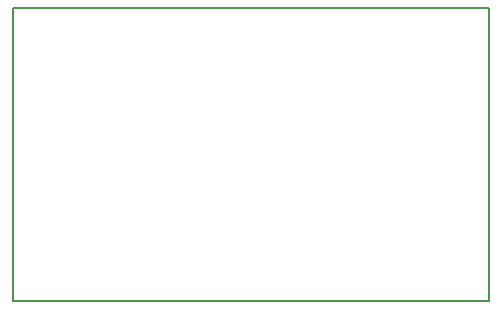
<source format=gbr>
G04 DipTrace Beta 2.3.5.2*
%INBoardOutline.gbr*%
%MOIN*%
%ADD11C,0.006*%
%FSLAX44Y44*%
G04*
G70*
G90*
G75*
G01*
%LNBoardOutline*%
%LPD*%
X3940Y3940D2*
D11*
Y13690D1*
X19815D1*
Y3940D1*
X3940D1*
M02*

</source>
